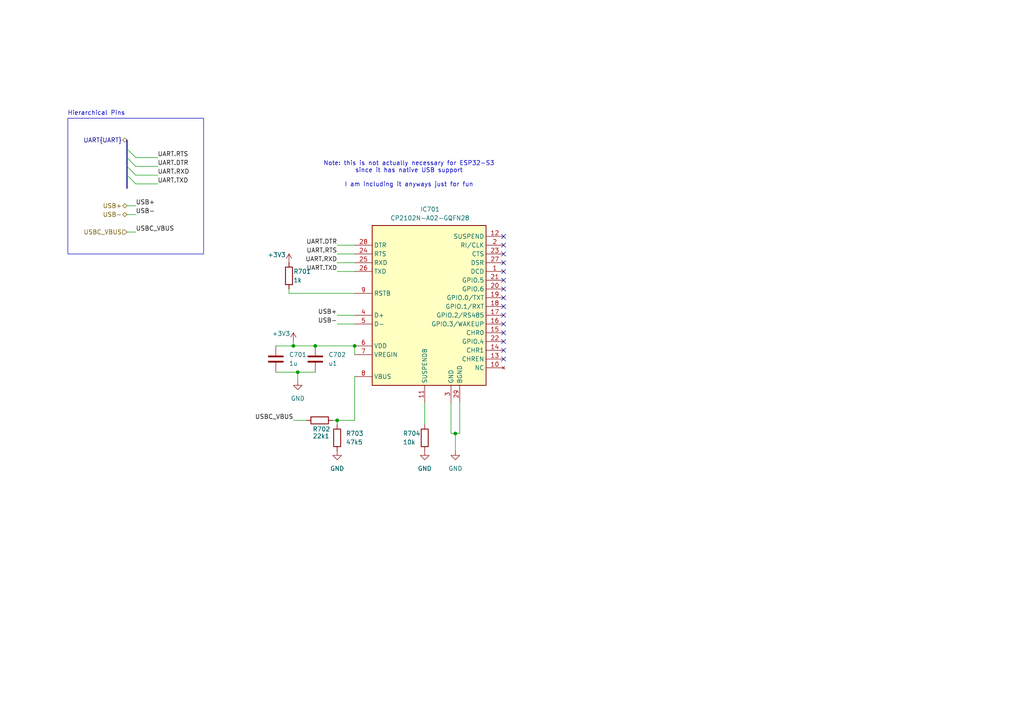
<source format=kicad_sch>
(kicad_sch
	(version 20250114)
	(generator "eeschema")
	(generator_version "9.0")
	(uuid "a3707a06-544a-4d24-b7af-4445ebcdfd54")
	(paper "A4")
	(lib_symbols
		(symbol "Device:C"
			(pin_numbers
				(hide yes)
			)
			(pin_names
				(offset 0.254)
			)
			(exclude_from_sim no)
			(in_bom yes)
			(on_board yes)
			(property "Reference" "C"
				(at 0.635 2.54 0)
				(effects
					(font
						(size 1.27 1.27)
					)
					(justify left)
				)
			)
			(property "Value" "C"
				(at 0.635 -2.54 0)
				(effects
					(font
						(size 1.27 1.27)
					)
					(justify left)
				)
			)
			(property "Footprint" ""
				(at 0.9652 -3.81 0)
				(effects
					(font
						(size 1.27 1.27)
					)
					(hide yes)
				)
			)
			(property "Datasheet" "~"
				(at 0 0 0)
				(effects
					(font
						(size 1.27 1.27)
					)
					(hide yes)
				)
			)
			(property "Description" "Unpolarized capacitor"
				(at 0 0 0)
				(effects
					(font
						(size 1.27 1.27)
					)
					(hide yes)
				)
			)
			(property "ki_keywords" "cap capacitor"
				(at 0 0 0)
				(effects
					(font
						(size 1.27 1.27)
					)
					(hide yes)
				)
			)
			(property "ki_fp_filters" "C_*"
				(at 0 0 0)
				(effects
					(font
						(size 1.27 1.27)
					)
					(hide yes)
				)
			)
			(symbol "C_0_1"
				(polyline
					(pts
						(xy -2.032 0.762) (xy 2.032 0.762)
					)
					(stroke
						(width 0.508)
						(type default)
					)
					(fill
						(type none)
					)
				)
				(polyline
					(pts
						(xy -2.032 -0.762) (xy 2.032 -0.762)
					)
					(stroke
						(width 0.508)
						(type default)
					)
					(fill
						(type none)
					)
				)
			)
			(symbol "C_1_1"
				(pin passive line
					(at 0 3.81 270)
					(length 2.794)
					(name "~"
						(effects
							(font
								(size 1.27 1.27)
							)
						)
					)
					(number "1"
						(effects
							(font
								(size 1.27 1.27)
							)
						)
					)
				)
				(pin passive line
					(at 0 -3.81 90)
					(length 2.794)
					(name "~"
						(effects
							(font
								(size 1.27 1.27)
							)
						)
					)
					(number "2"
						(effects
							(font
								(size 1.27 1.27)
							)
						)
					)
				)
			)
			(embedded_fonts no)
		)
		(symbol "Device:R"
			(pin_numbers
				(hide yes)
			)
			(pin_names
				(offset 0)
			)
			(exclude_from_sim no)
			(in_bom yes)
			(on_board yes)
			(property "Reference" "R"
				(at 2.032 0 90)
				(effects
					(font
						(size 1.27 1.27)
					)
				)
			)
			(property "Value" "R"
				(at 0 0 90)
				(effects
					(font
						(size 1.27 1.27)
					)
				)
			)
			(property "Footprint" ""
				(at -1.778 0 90)
				(effects
					(font
						(size 1.27 1.27)
					)
					(hide yes)
				)
			)
			(property "Datasheet" "~"
				(at 0 0 0)
				(effects
					(font
						(size 1.27 1.27)
					)
					(hide yes)
				)
			)
			(property "Description" "Resistor"
				(at 0 0 0)
				(effects
					(font
						(size 1.27 1.27)
					)
					(hide yes)
				)
			)
			(property "ki_keywords" "R res resistor"
				(at 0 0 0)
				(effects
					(font
						(size 1.27 1.27)
					)
					(hide yes)
				)
			)
			(property "ki_fp_filters" "R_*"
				(at 0 0 0)
				(effects
					(font
						(size 1.27 1.27)
					)
					(hide yes)
				)
			)
			(symbol "R_0_1"
				(rectangle
					(start -1.016 -2.54)
					(end 1.016 2.54)
					(stroke
						(width 0.254)
						(type default)
					)
					(fill
						(type none)
					)
				)
			)
			(symbol "R_1_1"
				(pin passive line
					(at 0 3.81 270)
					(length 1.27)
					(name "~"
						(effects
							(font
								(size 1.27 1.27)
							)
						)
					)
					(number "1"
						(effects
							(font
								(size 1.27 1.27)
							)
						)
					)
				)
				(pin passive line
					(at 0 -3.81 90)
					(length 1.27)
					(name "~"
						(effects
							(font
								(size 1.27 1.27)
							)
						)
					)
					(number "2"
						(effects
							(font
								(size 1.27 1.27)
							)
						)
					)
				)
			)
			(embedded_fonts no)
		)
		(symbol "SamacSys_Parts:CP2102N-A02-GQFN28"
			(exclude_from_sim no)
			(in_bom yes)
			(on_board yes)
			(property "Reference" "IC"
				(at 12.7 21.844 0)
				(effects
					(font
						(size 1.27 1.27)
					)
					(justify left top)
				)
			)
			(property "Value" "CP2102N-A02-GQFN28"
				(at 12.7 19.304 0)
				(effects
					(font
						(size 1.27 1.27)
					)
					(justify left top)
				)
			)
			(property "Footprint" "QFN50P500X500X80-29N-D"
				(at 39.37 -84.76 0)
				(effects
					(font
						(size 1.27 1.27)
					)
					(justify left top)
					(hide yes)
				)
			)
			(property "Datasheet" "https://componentsearchengine.com/Datasheets/2/CP2102N-A02-GQFN28.pdf"
				(at 39.37 -184.76 0)
				(effects
					(font
						(size 1.27 1.27)
					)
					(justify left top)
					(hide yes)
				)
			)
			(property "Description" "SILICON LABS - CP2102N-A02-GQFN28 - USB TO UART BRIDGE, -40 TO 85DEG C"
				(at 0 0 0)
				(effects
					(font
						(size 1.27 1.27)
					)
					(hide yes)
				)
			)
			(property "Height" "0.8"
				(at 39.37 -384.76 0)
				(effects
					(font
						(size 1.27 1.27)
					)
					(justify left top)
					(hide yes)
				)
			)
			(property "Mouser Part Number" "634-CP2102NA02GQFN28"
				(at 39.37 -484.76 0)
				(effects
					(font
						(size 1.27 1.27)
					)
					(justify left top)
					(hide yes)
				)
			)
			(property "Mouser Price/Stock" "https://www.mouser.co.uk/ProductDetail/Silicon-Labs/CP2102N-A02-GQFN28?qs=u16ybLDytRaSBkSkyjYFiA%3D%3D"
				(at 39.37 -584.76 0)
				(effects
					(font
						(size 1.27 1.27)
					)
					(justify left top)
					(hide yes)
				)
			)
			(property "Manufacturer_Name" "Silicon Labs"
				(at 39.37 -684.76 0)
				(effects
					(font
						(size 1.27 1.27)
					)
					(justify left top)
					(hide yes)
				)
			)
			(property "Manufacturer_Part_Number" "CP2102N-A02-GQFN28"
				(at 39.37 -784.76 0)
				(effects
					(font
						(size 1.27 1.27)
					)
					(justify left top)
					(hide yes)
				)
			)
			(symbol "CP2102N-A02-GQFN28_1_1"
				(rectangle
					(start 5.08 15.875)
					(end 38.1 -30.48)
					(stroke
						(width 0.254)
						(type default)
					)
					(fill
						(type background)
					)
				)
				(pin output line
					(at 0 10.16 0)
					(length 5.08)
					(name "DTR"
						(effects
							(font
								(size 1.27 1.27)
							)
						)
					)
					(number "28"
						(effects
							(font
								(size 1.27 1.27)
							)
						)
					)
				)
				(pin output line
					(at 0 7.62 0)
					(length 5.08)
					(name "RTS"
						(effects
							(font
								(size 1.27 1.27)
							)
						)
					)
					(number "24"
						(effects
							(font
								(size 1.27 1.27)
							)
						)
					)
				)
				(pin input line
					(at 0 5.08 0)
					(length 5.08)
					(name "RXD"
						(effects
							(font
								(size 1.27 1.27)
							)
						)
					)
					(number "25"
						(effects
							(font
								(size 1.27 1.27)
							)
						)
					)
				)
				(pin output line
					(at 0 2.54 0)
					(length 5.08)
					(name "TXD"
						(effects
							(font
								(size 1.27 1.27)
							)
						)
					)
					(number "26"
						(effects
							(font
								(size 1.27 1.27)
							)
						)
					)
				)
				(pin input line
					(at 0 -3.81 0)
					(length 5.08)
					(name "RSTB"
						(effects
							(font
								(size 1.27 1.27)
							)
						)
					)
					(number "9"
						(effects
							(font
								(size 1.27 1.27)
							)
						)
					)
				)
				(pin bidirectional line
					(at 0 -10.16 0)
					(length 5.08)
					(name "D+"
						(effects
							(font
								(size 1.27 1.27)
							)
						)
					)
					(number "4"
						(effects
							(font
								(size 1.27 1.27)
							)
						)
					)
				)
				(pin bidirectional line
					(at 0 -12.7 0)
					(length 5.08)
					(name "D-"
						(effects
							(font
								(size 1.27 1.27)
							)
						)
					)
					(number "5"
						(effects
							(font
								(size 1.27 1.27)
							)
						)
					)
				)
				(pin power_in line
					(at 0 -19.05 0)
					(length 5.08)
					(name "VDD"
						(effects
							(font
								(size 1.27 1.27)
							)
						)
					)
					(number "6"
						(effects
							(font
								(size 1.27 1.27)
							)
						)
					)
				)
				(pin power_in line
					(at 0 -21.59 0)
					(length 5.08)
					(name "VREGIN"
						(effects
							(font
								(size 1.27 1.27)
							)
						)
					)
					(number "7"
						(effects
							(font
								(size 1.27 1.27)
							)
						)
					)
				)
				(pin input line
					(at 0 -27.94 0)
					(length 5.08)
					(name "VBUS"
						(effects
							(font
								(size 1.27 1.27)
							)
						)
					)
					(number "8"
						(effects
							(font
								(size 1.27 1.27)
							)
						)
					)
				)
				(pin output line
					(at 20.32 -35.56 90)
					(length 5.08)
					(name "SUSPENDB"
						(effects
							(font
								(size 1.27 1.27)
							)
						)
					)
					(number "11"
						(effects
							(font
								(size 1.27 1.27)
							)
						)
					)
				)
				(pin power_in line
					(at 27.94 -35.56 90)
					(length 5.08)
					(name "GND"
						(effects
							(font
								(size 1.27 1.27)
							)
						)
					)
					(number "3"
						(effects
							(font
								(size 1.27 1.27)
							)
						)
					)
				)
				(pin power_in line
					(at 30.48 -35.56 90)
					(length 5.08)
					(name "BGND"
						(effects
							(font
								(size 1.27 1.27)
							)
						)
					)
					(number "29"
						(effects
							(font
								(size 1.27 1.27)
							)
						)
					)
				)
				(pin output line
					(at 43.18 12.7 180)
					(length 5.08)
					(name "SUSPEND"
						(effects
							(font
								(size 1.27 1.27)
							)
						)
					)
					(number "12"
						(effects
							(font
								(size 1.27 1.27)
							)
						)
					)
				)
				(pin bidirectional line
					(at 43.18 10.16 180)
					(length 5.08)
					(name "RI/CLK"
						(effects
							(font
								(size 1.27 1.27)
							)
						)
					)
					(number "2"
						(effects
							(font
								(size 1.27 1.27)
							)
						)
					)
				)
				(pin input line
					(at 43.18 7.62 180)
					(length 5.08)
					(name "CTS"
						(effects
							(font
								(size 1.27 1.27)
							)
						)
					)
					(number "23"
						(effects
							(font
								(size 1.27 1.27)
							)
						)
					)
				)
				(pin input line
					(at 43.18 5.08 180)
					(length 5.08)
					(name "DSR"
						(effects
							(font
								(size 1.27 1.27)
							)
						)
					)
					(number "27"
						(effects
							(font
								(size 1.27 1.27)
							)
						)
					)
				)
				(pin input line
					(at 43.18 2.54 180)
					(length 5.08)
					(name "DCD"
						(effects
							(font
								(size 1.27 1.27)
							)
						)
					)
					(number "1"
						(effects
							(font
								(size 1.27 1.27)
							)
						)
					)
				)
				(pin bidirectional line
					(at 43.18 0 180)
					(length 5.08)
					(name "GPIO.5"
						(effects
							(font
								(size 1.27 1.27)
							)
						)
					)
					(number "21"
						(effects
							(font
								(size 1.27 1.27)
							)
						)
					)
				)
				(pin bidirectional line
					(at 43.18 -2.54 180)
					(length 5.08)
					(name "GPIO.6"
						(effects
							(font
								(size 1.27 1.27)
							)
						)
					)
					(number "20"
						(effects
							(font
								(size 1.27 1.27)
							)
						)
					)
				)
				(pin bidirectional line
					(at 43.18 -5.08 180)
					(length 5.08)
					(name "GPIO.0/TXT"
						(effects
							(font
								(size 1.27 1.27)
							)
						)
					)
					(number "19"
						(effects
							(font
								(size 1.27 1.27)
							)
						)
					)
				)
				(pin bidirectional line
					(at 43.18 -7.62 180)
					(length 5.08)
					(name "GPIO.1/RXT"
						(effects
							(font
								(size 1.27 1.27)
							)
						)
					)
					(number "18"
						(effects
							(font
								(size 1.27 1.27)
							)
						)
					)
				)
				(pin bidirectional line
					(at 43.18 -10.16 180)
					(length 5.08)
					(name "GPIO.2/RS485"
						(effects
							(font
								(size 1.27 1.27)
							)
						)
					)
					(number "17"
						(effects
							(font
								(size 1.27 1.27)
							)
						)
					)
				)
				(pin bidirectional line
					(at 43.18 -12.7 180)
					(length 5.08)
					(name "GPIO.3/WAKEUP"
						(effects
							(font
								(size 1.27 1.27)
							)
						)
					)
					(number "16"
						(effects
							(font
								(size 1.27 1.27)
							)
						)
					)
				)
				(pin output line
					(at 43.18 -15.24 180)
					(length 5.08)
					(name "CHR0"
						(effects
							(font
								(size 1.27 1.27)
							)
						)
					)
					(number "15"
						(effects
							(font
								(size 1.27 1.27)
							)
						)
					)
				)
				(pin bidirectional line
					(at 43.18 -17.78 180)
					(length 5.08)
					(name "GPIO.4"
						(effects
							(font
								(size 1.27 1.27)
							)
						)
					)
					(number "22"
						(effects
							(font
								(size 1.27 1.27)
							)
						)
					)
				)
				(pin output line
					(at 43.18 -20.32 180)
					(length 5.08)
					(name "CHR1"
						(effects
							(font
								(size 1.27 1.27)
							)
						)
					)
					(number "14"
						(effects
							(font
								(size 1.27 1.27)
							)
						)
					)
				)
				(pin output line
					(at 43.18 -22.86 180)
					(length 5.08)
					(name "CHREN"
						(effects
							(font
								(size 1.27 1.27)
							)
						)
					)
					(number "13"
						(effects
							(font
								(size 1.27 1.27)
							)
						)
					)
				)
				(pin no_connect line
					(at 43.18 -25.4 180)
					(length 5.08)
					(name "NC"
						(effects
							(font
								(size 1.27 1.27)
							)
						)
					)
					(number "10"
						(effects
							(font
								(size 1.27 1.27)
							)
						)
					)
				)
			)
			(embedded_fonts no)
		)
		(symbol "power:+3V3"
			(power)
			(pin_numbers
				(hide yes)
			)
			(pin_names
				(offset 0)
				(hide yes)
			)
			(exclude_from_sim no)
			(in_bom yes)
			(on_board yes)
			(property "Reference" "#PWR"
				(at 0 -3.81 0)
				(effects
					(font
						(size 1.27 1.27)
					)
					(hide yes)
				)
			)
			(property "Value" "+3V3"
				(at 0 3.556 0)
				(effects
					(font
						(size 1.27 1.27)
					)
				)
			)
			(property "Footprint" ""
				(at 0 0 0)
				(effects
					(font
						(size 1.27 1.27)
					)
					(hide yes)
				)
			)
			(property "Datasheet" ""
				(at 0 0 0)
				(effects
					(font
						(size 1.27 1.27)
					)
					(hide yes)
				)
			)
			(property "Description" "Power symbol creates a global label with name \"+3V3\""
				(at 0 0 0)
				(effects
					(font
						(size 1.27 1.27)
					)
					(hide yes)
				)
			)
			(property "ki_keywords" "global power"
				(at 0 0 0)
				(effects
					(font
						(size 1.27 1.27)
					)
					(hide yes)
				)
			)
			(symbol "+3V3_0_1"
				(polyline
					(pts
						(xy -0.762 1.27) (xy 0 2.54)
					)
					(stroke
						(width 0)
						(type default)
					)
					(fill
						(type none)
					)
				)
				(polyline
					(pts
						(xy 0 2.54) (xy 0.762 1.27)
					)
					(stroke
						(width 0)
						(type default)
					)
					(fill
						(type none)
					)
				)
				(polyline
					(pts
						(xy 0 0) (xy 0 2.54)
					)
					(stroke
						(width 0)
						(type default)
					)
					(fill
						(type none)
					)
				)
			)
			(symbol "+3V3_1_1"
				(pin power_in line
					(at 0 0 90)
					(length 0)
					(name "~"
						(effects
							(font
								(size 1.27 1.27)
							)
						)
					)
					(number "1"
						(effects
							(font
								(size 1.27 1.27)
							)
						)
					)
				)
			)
			(embedded_fonts no)
		)
		(symbol "power:GND"
			(power)
			(pin_numbers
				(hide yes)
			)
			(pin_names
				(offset 0)
				(hide yes)
			)
			(exclude_from_sim no)
			(in_bom yes)
			(on_board yes)
			(property "Reference" "#PWR"
				(at 0 -6.35 0)
				(effects
					(font
						(size 1.27 1.27)
					)
					(hide yes)
				)
			)
			(property "Value" "GND"
				(at 0 -3.81 0)
				(effects
					(font
						(size 1.27 1.27)
					)
				)
			)
			(property "Footprint" ""
				(at 0 0 0)
				(effects
					(font
						(size 1.27 1.27)
					)
					(hide yes)
				)
			)
			(property "Datasheet" ""
				(at 0 0 0)
				(effects
					(font
						(size 1.27 1.27)
					)
					(hide yes)
				)
			)
			(property "Description" "Power symbol creates a global label with name \"GND\" , ground"
				(at 0 0 0)
				(effects
					(font
						(size 1.27 1.27)
					)
					(hide yes)
				)
			)
			(property "ki_keywords" "global power"
				(at 0 0 0)
				(effects
					(font
						(size 1.27 1.27)
					)
					(hide yes)
				)
			)
			(symbol "GND_0_1"
				(polyline
					(pts
						(xy 0 0) (xy 0 -1.27) (xy 1.27 -1.27) (xy 0 -2.54) (xy -1.27 -1.27) (xy 0 -1.27)
					)
					(stroke
						(width 0)
						(type default)
					)
					(fill
						(type none)
					)
				)
			)
			(symbol "GND_1_1"
				(pin power_in line
					(at 0 0 270)
					(length 0)
					(name "~"
						(effects
							(font
								(size 1.27 1.27)
							)
						)
					)
					(number "1"
						(effects
							(font
								(size 1.27 1.27)
							)
						)
					)
				)
			)
			(embedded_fonts no)
		)
	)
	(bus_alias "UART"
		(members "RTS" "DTR" "RXD" "TXD")
	)
	(rectangle
		(start 19.685 34.29)
		(end 59.055 73.66)
		(stroke
			(width 0)
			(type default)
		)
		(fill
			(type none)
		)
		(uuid a7bd8334-7066-4ae9-80d3-d40fb1111cee)
	)
	(text "Note: this is not actually necessary for ESP32-S3\nsince it has native USB support\n\nI am including it anyways just for fun"
		(exclude_from_sim no)
		(at 118.618 50.546 0)
		(effects
			(font
				(size 1.27 1.27)
			)
		)
		(uuid "1d3d5b2d-1743-448b-bef4-8f5ec89256bc")
	)
	(text "Hierarchical Pins"
		(exclude_from_sim no)
		(at 27.94 32.893 0)
		(effects
			(font
				(size 1.27 1.27)
			)
		)
		(uuid "334a9048-84b9-4ab7-8fb9-f3589b46d507")
	)
	(junction
		(at 102.87 100.33)
		(diameter 0)
		(color 0 0 0 0)
		(uuid "2761fa76-dfb2-4ab2-b404-e52bc125ab05")
	)
	(junction
		(at 91.44 100.33)
		(diameter 0)
		(color 0 0 0 0)
		(uuid "35eb2a95-93c6-41c2-ba02-82be0ac7a48f")
	)
	(junction
		(at 132.08 125.73)
		(diameter 0)
		(color 0 0 0 0)
		(uuid "782ac62a-b5cd-428d-ba0c-b1c59b9bddac")
	)
	(junction
		(at 85.09 100.33)
		(diameter 0)
		(color 0 0 0 0)
		(uuid "7b3a764b-a0ce-4dae-a84d-c85b6e239306")
	)
	(junction
		(at 86.36 107.95)
		(diameter 0)
		(color 0 0 0 0)
		(uuid "ac0ee0f0-571e-41fe-88c2-b29330380b3c")
	)
	(junction
		(at 97.79 121.92)
		(diameter 0)
		(color 0 0 0 0)
		(uuid "de694ad5-e194-425b-87e2-d2b4a5a842f1")
	)
	(no_connect
		(at 146.05 91.44)
		(uuid "2db83bfb-07fe-4471-ba40-a29101d27b7c")
	)
	(no_connect
		(at 146.05 76.2)
		(uuid "62904cc2-1e2d-441c-879c-3875a2880320")
	)
	(no_connect
		(at 146.05 86.36)
		(uuid "8584d462-1c56-4699-9fd3-84fe78e4e562")
	)
	(no_connect
		(at 146.05 88.9)
		(uuid "8789ae5c-6771-4542-9061-1fb305429f06")
	)
	(no_connect
		(at 146.05 93.98)
		(uuid "8a012419-c48d-4ab2-b98b-625e57aa7f34")
	)
	(no_connect
		(at 146.05 83.82)
		(uuid "930702ab-4a4d-445b-a0ec-e43d57f00330")
	)
	(no_connect
		(at 146.05 78.74)
		(uuid "93c65dd8-201e-48fc-8cea-c899d645158c")
	)
	(no_connect
		(at 146.05 81.28)
		(uuid "9db58f88-6832-40ee-b083-3d90c6dc571b")
	)
	(no_connect
		(at 146.05 104.14)
		(uuid "a4878181-65dc-44b7-9c99-a037d4ee0469")
	)
	(no_connect
		(at 146.05 71.12)
		(uuid "b5a695ca-f1ec-4afa-b349-38191502a08a")
	)
	(no_connect
		(at 146.05 73.66)
		(uuid "b95e287a-8414-4c9c-ac86-931449c00013")
	)
	(no_connect
		(at 146.05 99.06)
		(uuid "bec68fab-12d4-40ff-9513-2b92de923ce8")
	)
	(no_connect
		(at 146.05 68.58)
		(uuid "e4c2cd59-321e-484b-9dae-ba27d6f9e8ab")
	)
	(no_connect
		(at 146.05 96.52)
		(uuid "e633c20d-54db-42a8-bd8a-097603a33442")
	)
	(no_connect
		(at 146.05 101.6)
		(uuid "e792a5dc-0bbd-4dfe-88dc-35738b02310b")
	)
	(bus_entry
		(at 36.83 48.26)
		(size 2.54 2.54)
		(stroke
			(width 0)
			(type default)
		)
		(uuid "0591aa33-d8f4-4e34-b48e-918a7278db39")
	)
	(bus_entry
		(at 36.83 43.18)
		(size 2.54 2.54)
		(stroke
			(width 0)
			(type default)
		)
		(uuid "a450255f-253c-42c8-a113-1726cc38ccfd")
	)
	(bus_entry
		(at 36.83 45.72)
		(size 2.54 2.54)
		(stroke
			(width 0)
			(type default)
		)
		(uuid "ebbbc0c5-b390-45be-99eb-0d50bdd8cacf")
	)
	(bus_entry
		(at 36.83 50.8)
		(size 2.54 2.54)
		(stroke
			(width 0)
			(type default)
		)
		(uuid "ed58f50c-c4c7-432d-9dc2-cea3467d0b4f")
	)
	(wire
		(pts
			(xy 39.37 48.26) (xy 45.72 48.26)
		)
		(stroke
			(width 0)
			(type default)
		)
		(uuid "04b9fa83-c2f9-4243-8b96-997bda70071d")
	)
	(bus
		(pts
			(xy 36.83 45.72) (xy 36.83 48.26)
		)
		(stroke
			(width 0)
			(type default)
		)
		(uuid "05a765e8-c6c9-4c3d-b341-f7913fd1db11")
	)
	(wire
		(pts
			(xy 97.79 93.98) (xy 102.87 93.98)
		)
		(stroke
			(width 0)
			(type default)
		)
		(uuid "07749dae-55bd-45ca-ac61-e110f59923a8")
	)
	(wire
		(pts
			(xy 85.09 99.06) (xy 85.09 100.33)
		)
		(stroke
			(width 0)
			(type default)
		)
		(uuid "0d624759-377c-4f65-bc82-87198a645d18")
	)
	(wire
		(pts
			(xy 97.79 123.19) (xy 97.79 121.92)
		)
		(stroke
			(width 0)
			(type default)
		)
		(uuid "158f1ab6-89eb-4126-9b27-bd54d795dd18")
	)
	(wire
		(pts
			(xy 85.09 100.33) (xy 91.44 100.33)
		)
		(stroke
			(width 0)
			(type default)
		)
		(uuid "1cd0c174-f44c-4c72-a455-742549d566b8")
	)
	(wire
		(pts
			(xy 97.79 71.12) (xy 102.87 71.12)
		)
		(stroke
			(width 0)
			(type default)
		)
		(uuid "1fca9e5a-f456-4b1c-b7bf-62b347e852fc")
	)
	(wire
		(pts
			(xy 86.36 107.95) (xy 86.36 110.49)
		)
		(stroke
			(width 0)
			(type default)
		)
		(uuid "21c29feb-9f0c-4d31-bd1d-70d50105cf2a")
	)
	(wire
		(pts
			(xy 39.37 62.23) (xy 36.83 62.23)
		)
		(stroke
			(width 0)
			(type default)
		)
		(uuid "27e5a99d-0322-4d7e-a052-8f8d0b62be27")
	)
	(wire
		(pts
			(xy 133.35 116.84) (xy 133.35 125.73)
		)
		(stroke
			(width 0)
			(type default)
		)
		(uuid "2858f218-49c7-40df-a8c2-b8becb3a2781")
	)
	(bus
		(pts
			(xy 36.83 43.18) (xy 36.83 45.72)
		)
		(stroke
			(width 0)
			(type default)
		)
		(uuid "29644536-16b1-464f-b8d4-39e743cbdb24")
	)
	(wire
		(pts
			(xy 83.82 85.09) (xy 102.87 85.09)
		)
		(stroke
			(width 0)
			(type default)
		)
		(uuid "2a2f8f36-afc5-4556-893d-430081975aec")
	)
	(wire
		(pts
			(xy 97.79 78.74) (xy 102.87 78.74)
		)
		(stroke
			(width 0)
			(type default)
		)
		(uuid "2bc93974-ceab-4db8-8562-f897f68c7c3e")
	)
	(wire
		(pts
			(xy 123.19 116.84) (xy 123.19 123.19)
		)
		(stroke
			(width 0)
			(type default)
		)
		(uuid "2f087725-5629-41f8-94d1-9d83b01de634")
	)
	(wire
		(pts
			(xy 80.01 107.95) (xy 86.36 107.95)
		)
		(stroke
			(width 0)
			(type default)
		)
		(uuid "34b0a154-a458-4dee-982c-cf8346918849")
	)
	(wire
		(pts
			(xy 102.87 121.92) (xy 102.87 109.22)
		)
		(stroke
			(width 0)
			(type default)
		)
		(uuid "419aedd3-1809-43d9-b66a-62fc795a7bd3")
	)
	(wire
		(pts
			(xy 86.36 107.95) (xy 91.44 107.95)
		)
		(stroke
			(width 0)
			(type default)
		)
		(uuid "42030ceb-dec0-4872-93e4-cf6dc162fe87")
	)
	(wire
		(pts
			(xy 97.79 91.44) (xy 102.87 91.44)
		)
		(stroke
			(width 0)
			(type default)
		)
		(uuid "43e187f8-4670-44db-bb04-134f9b8fb1fc")
	)
	(wire
		(pts
			(xy 39.37 53.34) (xy 45.72 53.34)
		)
		(stroke
			(width 0)
			(type default)
		)
		(uuid "4d1d13dc-ea2b-4d19-882e-80b0cd518312")
	)
	(bus
		(pts
			(xy 36.83 50.8) (xy 36.83 54.61)
		)
		(stroke
			(width 0)
			(type default)
		)
		(uuid "65f146e7-b220-4f30-b7a8-e0fba3fcb5c1")
	)
	(wire
		(pts
			(xy 36.83 59.69) (xy 39.37 59.69)
		)
		(stroke
			(width 0)
			(type default)
		)
		(uuid "6c6108b3-691c-4e43-b37b-fe9d9ce1cb21")
	)
	(wire
		(pts
			(xy 132.08 125.73) (xy 133.35 125.73)
		)
		(stroke
			(width 0)
			(type default)
		)
		(uuid "70ae08d6-1122-46d9-9c3b-eb4995b30394")
	)
	(wire
		(pts
			(xy 36.83 67.31) (xy 39.37 67.31)
		)
		(stroke
			(width 0)
			(type default)
		)
		(uuid "83191547-4470-4832-92b3-5677539680a9")
	)
	(wire
		(pts
			(xy 130.81 116.84) (xy 130.81 125.73)
		)
		(stroke
			(width 0)
			(type default)
		)
		(uuid "835e44fc-5534-4881-820d-61012caab043")
	)
	(wire
		(pts
			(xy 39.37 50.8) (xy 45.72 50.8)
		)
		(stroke
			(width 0)
			(type default)
		)
		(uuid "893f20c3-dc49-419d-a45e-51f42fb7feae")
	)
	(wire
		(pts
			(xy 96.52 121.92) (xy 97.79 121.92)
		)
		(stroke
			(width 0)
			(type default)
		)
		(uuid "912c021b-7961-4f2a-ba43-6e2291d9efcc")
	)
	(wire
		(pts
			(xy 91.44 100.33) (xy 102.87 100.33)
		)
		(stroke
			(width 0)
			(type default)
		)
		(uuid "93a3726d-2c34-47ca-9cb2-54356fe8adea")
	)
	(wire
		(pts
			(xy 39.37 45.72) (xy 45.72 45.72)
		)
		(stroke
			(width 0)
			(type default)
		)
		(uuid "aaf4ab62-40f1-4095-bf4d-a28d807d007f")
	)
	(wire
		(pts
			(xy 80.01 100.33) (xy 85.09 100.33)
		)
		(stroke
			(width 0)
			(type default)
		)
		(uuid "af8e80ed-fc2e-45af-8f8c-299030a6b86e")
	)
	(wire
		(pts
			(xy 102.87 100.33) (xy 102.87 102.87)
		)
		(stroke
			(width 0)
			(type default)
		)
		(uuid "c9e512b8-5421-4e26-bc30-52358b7746b8")
	)
	(wire
		(pts
			(xy 97.79 73.66) (xy 102.87 73.66)
		)
		(stroke
			(width 0)
			(type default)
		)
		(uuid "d1ed166c-5267-4156-8549-87220d03b929")
	)
	(wire
		(pts
			(xy 85.09 121.92) (xy 88.9 121.92)
		)
		(stroke
			(width 0)
			(type default)
		)
		(uuid "d3fe3f4c-98b7-4ec6-8b70-3c8c1e31fb0b")
	)
	(wire
		(pts
			(xy 132.08 125.73) (xy 132.08 130.81)
		)
		(stroke
			(width 0)
			(type default)
		)
		(uuid "d927893c-0f27-4925-ac5f-bb031a048cce")
	)
	(wire
		(pts
			(xy 97.79 121.92) (xy 102.87 121.92)
		)
		(stroke
			(width 0)
			(type default)
		)
		(uuid "db576d0f-9244-42da-bc45-4db4984ffb9c")
	)
	(wire
		(pts
			(xy 130.81 125.73) (xy 132.08 125.73)
		)
		(stroke
			(width 0)
			(type default)
		)
		(uuid "ed3ad7bc-2606-4ee1-aaf5-30473d27bedb")
	)
	(bus
		(pts
			(xy 36.83 48.26) (xy 36.83 50.8)
		)
		(stroke
			(width 0)
			(type default)
		)
		(uuid "eee497c4-495d-450d-8084-1a9dfd09455b")
	)
	(wire
		(pts
			(xy 83.82 85.09) (xy 83.82 83.82)
		)
		(stroke
			(width 0)
			(type default)
		)
		(uuid "f58213e3-34c2-4d0a-8004-5c001ce26bbf")
	)
	(bus
		(pts
			(xy 36.83 40.64) (xy 36.83 43.18)
		)
		(stroke
			(width 0)
			(type default)
		)
		(uuid "fb7972f6-7c4c-44e4-9f45-41c6c185d18d")
	)
	(wire
		(pts
			(xy 97.79 76.2) (xy 102.87 76.2)
		)
		(stroke
			(width 0)
			(type default)
		)
		(uuid "fccc5b37-d1aa-45f8-bc69-0f59883a2f09")
	)
	(label "UART.DTR"
		(at 45.72 48.26 0)
		(effects
			(font
				(size 1.27 1.27)
			)
			(justify left bottom)
		)
		(uuid "1cdd45e9-db91-4a1f-b83c-ec2a9ae531da")
	)
	(label "UART.TXD"
		(at 97.79 78.74 180)
		(effects
			(font
				(size 1.27 1.27)
			)
			(justify right bottom)
		)
		(uuid "30058fbc-6d53-4ab3-b51a-51e08126f981")
	)
	(label "USBC_VBUS"
		(at 85.09 121.92 180)
		(effects
			(font
				(size 1.27 1.27)
			)
			(justify right bottom)
		)
		(uuid "4782ac88-c8fb-4344-b7f5-b783b6386c4d")
	)
	(label "USB+"
		(at 39.37 59.69 0)
		(effects
			(font
				(size 1.27 1.27)
			)
			(justify left bottom)
		)
		(uuid "4fa4cc5e-bda0-4009-b554-cb758317dd33")
	)
	(label "UART.RTS"
		(at 97.79 73.66 180)
		(effects
			(font
				(size 1.27 1.27)
			)
			(justify right bottom)
		)
		(uuid "601956ad-11a9-4356-a31a-ae7bd4e54906")
	)
	(label "UART.TXD"
		(at 45.72 53.34 0)
		(effects
			(font
				(size 1.27 1.27)
			)
			(justify left bottom)
		)
		(uuid "823f54b6-1881-412e-8ba7-5a025a5c9150")
	)
	(label "UART.RTS"
		(at 45.72 45.72 0)
		(effects
			(font
				(size 1.27 1.27)
			)
			(justify left bottom)
		)
		(uuid "86275a2f-282e-4633-8bb3-769d1e28c2cc")
	)
	(label "USBC_VBUS"
		(at 39.37 67.31 0)
		(effects
			(font
				(size 1.27 1.27)
			)
			(justify left bottom)
		)
		(uuid "8c4c531e-7be2-42cd-b456-a33db2893e0b")
	)
	(label "USB-"
		(at 97.79 93.98 180)
		(effects
			(font
				(size 1.27 1.27)
			)
			(justify right bottom)
		)
		(uuid "92a62622-2fb1-4e4d-92f6-ee0b26609a2e")
	)
	(label "USB+"
		(at 97.79 91.44 180)
		(effects
			(font
				(size 1.27 1.27)
			)
			(justify right bottom)
		)
		(uuid "93df9e9a-e12d-4bea-8db4-38b5ed286c0b")
	)
	(label "UART.DTR"
		(at 97.79 71.12 180)
		(effects
			(font
				(size 1.27 1.27)
			)
			(justify right bottom)
		)
		(uuid "b69ec2bf-346e-4fa2-afea-1cf95cd406ce")
	)
	(label "UART.RXD"
		(at 45.72 50.8 0)
		(effects
			(font
				(size 1.27 1.27)
			)
			(justify left bottom)
		)
		(uuid "bc8a52df-688b-4d4b-a5fc-9bb494846e4a")
	)
	(label "UART.RXD"
		(at 97.79 76.2 180)
		(effects
			(font
				(size 1.27 1.27)
			)
			(justify right bottom)
		)
		(uuid "f5bb9523-381e-4e34-85ae-989e83f5b479")
	)
	(label "USB-"
		(at 39.37 62.23 0)
		(effects
			(font
				(size 1.27 1.27)
			)
			(justify left bottom)
		)
		(uuid "f78c5b07-a040-4d45-a3f4-2e2b1c438cda")
	)
	(hierarchical_label "USB-"
		(shape bidirectional)
		(at 36.83 62.23 180)
		(effects
			(font
				(size 1.27 1.27)
			)
			(justify right)
		)
		(uuid "17fb3b60-653d-4b4b-ac1f-c763923b5779")
	)
	(hierarchical_label "USB+"
		(shape bidirectional)
		(at 36.83 59.69 180)
		(effects
			(font
				(size 1.27 1.27)
			)
			(justify right)
		)
		(uuid "ae4762cc-de65-438e-97ca-17fdf64184bc")
	)
	(hierarchical_label "USBC_VBUS"
		(shape input)
		(at 36.83 67.31 180)
		(effects
			(font
				(size 1.27 1.27)
			)
			(justify right)
		)
		(uuid "d3433883-5f5a-4308-a527-d0ee912474dc")
	)
	(hierarchical_label "UART{UART}"
		(shape bidirectional)
		(at 36.83 40.64 180)
		(effects
			(font
				(size 1.27 1.27)
			)
			(justify right)
		)
		(uuid "f9208555-238c-4047-9265-4b3f1b757461")
	)
	(symbol
		(lib_id "Device:R")
		(at 123.19 127 180)
		(unit 1)
		(exclude_from_sim no)
		(in_bom yes)
		(on_board yes)
		(dnp no)
		(uuid "07642bee-6ec6-4f83-b09e-1f15f549060a")
		(property "Reference" "R704"
			(at 116.84 125.73 0)
			(effects
				(font
					(size 1.27 1.27)
				)
				(justify right)
			)
		)
		(property "Value" "10k"
			(at 116.84 128.27 0)
			(effects
				(font
					(size 1.27 1.27)
				)
				(justify right)
			)
		)
		(property "Footprint" "SamacSys_Parts:RESC2012X60N"
			(at 109.22 30.81 0)
			(effects
				(font
					(size 1.27 1.27)
				)
				(justify left top)
				(hide yes)
			)
		)
		(property "Datasheet" "https://componentsearchengine.com/Datasheets/2/ASC0805-10KFT5.pdf"
			(at 109.22 -69.19 0)
			(effects
				(font
					(size 1.27 1.27)
				)
				(justify left top)
				(hide yes)
			)
		)
		(property "Description" "WELWYN - ASC0805-10KFT5 - RESISTOR, ANTI SULPHUR, 10K, 0.125W, 1%"
			(at 123.19 127 0)
			(effects
				(font
					(size 1.27 1.27)
				)
				(hide yes)
			)
		)
		(property "Height" "0.6"
			(at 109.22 -269.19 0)
			(effects
				(font
					(size 1.27 1.27)
				)
				(justify left top)
				(hide yes)
			)
		)
		(property "Mouser Part Number" "756-ASC0805-10KFT5"
			(at 109.22 -369.19 0)
			(effects
				(font
					(size 1.27 1.27)
				)
				(justify left top)
				(hide yes)
			)
		)
		(property "Mouser Price/Stock" "https://www.mouser.co.uk/ProductDetail/Welwyn-Components-TT-Electronics/ASC0805-10KFT5?qs=69TQa8YF5Y7dvxAm%2FqWqSQ%3D%3D"
			(at 109.22 -469.19 0)
			(effects
				(font
					(size 1.27 1.27)
				)
				(justify left top)
				(hide yes)
			)
		)
		(property "Manufacturer_Name" "TT Electronics"
			(at 109.22 -569.19 0)
			(effects
				(font
					(size 1.27 1.27)
				)
				(justify left top)
				(hide yes)
			)
		)
		(property "Manufacturer_Part_Number" "ASC0805-10KFT5"
			(at 109.22 -669.19 0)
			(effects
				(font
					(size 1.27 1.27)
				)
				(justify left top)
				(hide yes)
			)
		)
		(pin "1"
			(uuid "5e083a3d-8295-43d7-a39c-4845c2d757bc")
		)
		(pin "2"
			(uuid "f99f0d6c-41fb-41da-ac12-b4cc9f37402b")
		)
		(instances
			(project "controller"
				(path "/869bea87-c885-4ead-826b-3f34ceacafad/6716075d-3941-4cbb-90c0-6bb554220bff"
					(reference "R704")
					(unit 1)
				)
			)
		)
	)
	(symbol
		(lib_id "SamacSys_Parts:CP2102N-A02-GQFN28")
		(at 102.87 81.28 0)
		(unit 1)
		(exclude_from_sim no)
		(in_bom yes)
		(on_board yes)
		(dnp no)
		(uuid "214612b3-8df8-4228-a350-91c17c962c82")
		(property "Reference" "IC701"
			(at 124.714 60.706 0)
			(effects
				(font
					(size 1.27 1.27)
				)
			)
		)
		(property "Value" "CP2102N-A02-GQFN28"
			(at 124.714 63.246 0)
			(effects
				(font
					(size 1.27 1.27)
				)
			)
		)
		(property "Footprint" "SamacSys_Parts:QFN50P500X500X80-29N-D"
			(at 142.24 166.04 0)
			(effects
				(font
					(size 1.27 1.27)
				)
				(justify left top)
				(hide yes)
			)
		)
		(property "Datasheet" "https://componentsearchengine.com/Datasheets/2/CP2102N-A02-GQFN28.pdf"
			(at 142.24 266.04 0)
			(effects
				(font
					(size 1.27 1.27)
				)
				(justify left top)
				(hide yes)
			)
		)
		(property "Description" "SILICON LABS - CP2102N-A02-GQFN28 - USB TO UART BRIDGE, -40 TO 85DEG C"
			(at 102.87 81.28 0)
			(effects
				(font
					(size 1.27 1.27)
				)
				(hide yes)
			)
		)
		(property "Height" "0.8"
			(at 142.24 466.04 0)
			(effects
				(font
					(size 1.27 1.27)
				)
				(justify left top)
				(hide yes)
			)
		)
		(property "Mouser Part Number" "634-CP2102NA02GQFN28"
			(at 142.24 566.04 0)
			(effects
				(font
					(size 1.27 1.27)
				)
				(justify left top)
				(hide yes)
			)
		)
		(property "Mouser Price/Stock" "https://www.mouser.co.uk/ProductDetail/Silicon-Labs/CP2102N-A02-GQFN28?qs=u16ybLDytRaSBkSkyjYFiA%3D%3D"
			(at 142.24 666.04 0)
			(effects
				(font
					(size 1.27 1.27)
				)
				(justify left top)
				(hide yes)
			)
		)
		(property "Manufacturer_Name" "Silicon Labs"
			(at 142.24 766.04 0)
			(effects
				(font
					(size 1.27 1.27)
				)
				(justify left top)
				(hide yes)
			)
		)
		(property "Manufacturer_Part_Number" "CP2102N-A02-GQFN28"
			(at 142.24 866.04 0)
			(effects
				(font
					(size 1.27 1.27)
				)
				(justify left top)
				(hide yes)
			)
		)
		(pin "2"
			(uuid "5718b790-6b8a-4f8d-bb30-36e998e751ef")
		)
		(pin "4"
			(uuid "5cd9619d-d999-4bd8-8731-b0cb9e3ccbc9")
		)
		(pin "1"
			(uuid "67578c0d-9a4d-409b-8403-1ccf8dbf42b1")
		)
		(pin "3"
			(uuid "955dbe37-8c5e-4a8b-a977-ccf521a84219")
		)
		(pin "5"
			(uuid "e315862b-ea57-468b-a20c-ddfa8b0bef52")
		)
		(pin "29"
			(uuid "8afcb6c6-3f9f-4ffb-be6f-a975c3f8266e")
		)
		(pin "11"
			(uuid "3e8ccf86-e748-4bda-850a-47be1b4448b4")
		)
		(pin "24"
			(uuid "bd8d18ed-45da-4a2b-9f8f-98a13a47f665")
		)
		(pin "23"
			(uuid "086ca354-ac86-458c-8f19-295d4eb0bec8")
		)
		(pin "22"
			(uuid "a022db4c-5d9d-43b3-83b2-9fde6b5db0fb")
		)
		(pin "20"
			(uuid "50fc3205-b228-4474-97e1-dab814ac82f7")
		)
		(pin "18"
			(uuid "989a7dc1-6992-4e3e-a416-d503645b2819")
		)
		(pin "12"
			(uuid "972f8058-7529-48c0-9adc-e8c3c6b9435c")
		)
		(pin "15"
			(uuid "82f3e716-b91a-4bd5-b04c-a35a343e77d2")
		)
		(pin "28"
			(uuid "f263d2ba-ed51-4a75-bc6c-2315d90ce296")
		)
		(pin "8"
			(uuid "6def9540-8993-40c1-9bfc-49fe2ba31f37")
		)
		(pin "9"
			(uuid "f1b8e51b-3175-4465-8d13-e91f2c304dab")
		)
		(pin "6"
			(uuid "4ff2558b-0606-4d47-bf0f-fa66280ffa7c")
		)
		(pin "27"
			(uuid "7bf22143-a2a1-49f3-b2bd-3f0fab827d1f")
		)
		(pin "26"
			(uuid "2d38a4a3-ad23-4bfb-b748-d1c1da913ba8")
		)
		(pin "7"
			(uuid "506c4d9e-9ec6-420b-be32-297d3242bd49")
		)
		(pin "10"
			(uuid "e5eccd0d-55c5-4961-a4e5-0efb2f69ba36")
		)
		(pin "25"
			(uuid "356b05fa-4aab-428d-ab98-6c6b4976e862")
		)
		(pin "13"
			(uuid "045e9010-4bb6-42bb-9c79-f1648c5b2bc6")
		)
		(pin "14"
			(uuid "b69255ea-488d-4bed-a93f-1d0b805aa019")
		)
		(pin "21"
			(uuid "b6156bff-7610-423f-9596-e4b5a9b75396")
		)
		(pin "19"
			(uuid "42944e69-c100-4287-a688-2ba99f40ee8c")
		)
		(pin "17"
			(uuid "a658d1a0-6870-4392-958b-8a5e928ed0ba")
		)
		(pin "16"
			(uuid "cceca00f-b856-45f1-a3f6-7e4470c4ecee")
		)
		(instances
			(project ""
				(path "/869bea87-c885-4ead-826b-3f34ceacafad/6716075d-3941-4cbb-90c0-6bb554220bff"
					(reference "IC701")
					(unit 1)
				)
			)
		)
	)
	(symbol
		(lib_id "Device:C")
		(at 91.44 104.14 0)
		(unit 1)
		(exclude_from_sim no)
		(in_bom yes)
		(on_board yes)
		(dnp no)
		(fields_autoplaced yes)
		(uuid "30de18d9-1cb9-40f0-858f-8bad1e13982b")
		(property "Reference" "C702"
			(at 95.25 102.8699 0)
			(effects
				(font
					(size 1.27 1.27)
				)
				(justify left)
			)
		)
		(property "Value" "u1"
			(at 95.25 105.4099 0)
			(effects
				(font
					(size 1.27 1.27)
				)
				(justify left)
			)
		)
		(property "Footprint" "SamacSys_Parts:MAJx16"
			(at 92.4052 107.95 0)
			(effects
				(font
					(size 1.27 1.27)
				)
				(hide yes)
			)
		)
		(property "Datasheet" "~"
			(at 91.44 104.14 0)
			(effects
				(font
					(size 1.27 1.27)
				)
				(hide yes)
			)
		)
		(property "Description" "Unpolarized capacitor"
			(at 91.44 104.14 0)
			(effects
				(font
					(size 1.27 1.27)
				)
				(hide yes)
			)
		)
		(property "Manufacturer_Name" "TAIYO YUDEN"
			(at 91.44 104.14 0)
			(effects
				(font
					(size 1.27 1.27)
				)
				(hide yes)
			)
		)
		(property "Manufacturer_Part_Number" "MAJCH168BB7104KTEA01"
			(at 91.44 104.14 0)
			(effects
				(font
					(size 1.27 1.27)
				)
				(hide yes)
			)
		)
		(property "Mouser Part Number" "963-MAJCH168BB7104KT"
			(at 91.44 104.14 0)
			(effects
				(font
					(size 1.27 1.27)
				)
				(hide yes)
			)
		)
		(property "Mouser Price/Stock" "https://www.mouser.co.uk/ProductDetail/TAIYO-YUDEN/MAJCH168BB7104KTEA01?qs=ZcfC38r4PovaTBrG0IdezQ%3D%3D"
			(at 91.44 104.14 0)
			(effects
				(font
					(size 1.27 1.27)
				)
				(hide yes)
			)
		)
		(pin "1"
			(uuid "198ed504-3979-4945-ad21-b11b9374f3dd")
		)
		(pin "2"
			(uuid "fef01b7e-3c69-46fa-87f9-cd9b7ca642f8")
		)
		(instances
			(project "controller"
				(path "/869bea87-c885-4ead-826b-3f34ceacafad/6716075d-3941-4cbb-90c0-6bb554220bff"
					(reference "C702")
					(unit 1)
				)
			)
		)
	)
	(symbol
		(lib_id "power:+3V3")
		(at 85.09 99.06 0)
		(unit 1)
		(exclude_from_sim no)
		(in_bom yes)
		(on_board yes)
		(dnp no)
		(uuid "3cda7705-4b2b-484a-9c22-50909c4908e8")
		(property "Reference" "#PWR0702"
			(at 85.09 102.87 0)
			(effects
				(font
					(size 1.27 1.27)
				)
				(hide yes)
			)
		)
		(property "Value" "+3V3"
			(at 81.534 96.774 0)
			(effects
				(font
					(size 1.27 1.27)
				)
			)
		)
		(property "Footprint" ""
			(at 85.09 99.06 0)
			(effects
				(font
					(size 1.27 1.27)
				)
				(hide yes)
			)
		)
		(property "Datasheet" ""
			(at 85.09 99.06 0)
			(effects
				(font
					(size 1.27 1.27)
				)
				(hide yes)
			)
		)
		(property "Description" "Power symbol creates a global label with name \"+3V3\""
			(at 85.09 99.06 0)
			(effects
				(font
					(size 1.27 1.27)
				)
				(hide yes)
			)
		)
		(pin "1"
			(uuid "f1b8f8ab-79eb-488a-89a5-85c57d66134f")
		)
		(instances
			(project ""
				(path "/869bea87-c885-4ead-826b-3f34ceacafad/6716075d-3941-4cbb-90c0-6bb554220bff"
					(reference "#PWR0702")
					(unit 1)
				)
			)
		)
	)
	(symbol
		(lib_id "Device:R")
		(at 92.71 121.92 270)
		(unit 1)
		(exclude_from_sim no)
		(in_bom yes)
		(on_board yes)
		(dnp no)
		(uuid "40d69cc4-ff61-4c28-868b-2779433ac421")
		(property "Reference" "R702"
			(at 90.678 124.46 90)
			(effects
				(font
					(size 1.27 1.27)
				)
				(justify left)
			)
		)
		(property "Value" "22k1"
			(at 90.678 126.492 90)
			(effects
				(font
					(size 1.27 1.27)
				)
				(justify left)
			)
		)
		(property "Footprint" "Resistor_SMD:R_0603_1608Metric"
			(at 92.71 120.142 90)
			(effects
				(font
					(size 1.27 1.27)
				)
				(justify right bottom)
				(hide yes)
			)
		)
		(property "Datasheet" "~"
			(at 92.71 121.92 0)
			(effects
				(font
					(size 1.27 1.27)
				)
				(justify left top)
				(hide yes)
			)
		)
		(property "Description" "Resistor"
			(at 92.71 121.92 0)
			(effects
				(font
					(size 1.27 1.27)
				)
				(hide yes)
			)
		)
		(property "Height" ""
			(at 92.71 121.92 90)
			(effects
				(font
					(size 1.27 1.27)
				)
				(justify right bottom)
				(hide yes)
			)
		)
		(property "Mouser Part Number" "71-CRCW060322K1FKEBC "
			(at 92.71 121.92 90)
			(effects
				(font
					(size 1.27 1.27)
				)
				(justify right bottom)
				(hide yes)
			)
		)
		(property "Mouser Price/Stock" "https://www.mouser.com/ProductDetail/Vishay/CRCW060322K1FKEBC?qs=wd5RIQLrsJgpX5GYef5UHQ%3D%3D"
			(at 92.71 121.92 90)
			(effects
				(font
					(size 1.27 1.27)
				)
				(justify right bottom)
				(hide yes)
			)
		)
		(property "Manufacturer_Name" "Vishay"
			(at 92.71 121.92 90)
			(effects
				(font
					(size 1.27 1.27)
				)
				(justify right bottom)
				(hide yes)
			)
		)
		(property "Manufacturer_Part_Number" "CRCW060322K1FKEBC"
			(at 92.71 121.92 90)
			(effects
				(font
					(size 1.27 1.27)
				)
				(justify right bottom)
				(hide yes)
			)
		)
		(pin "1"
			(uuid "f9a38ec2-3d6c-42e7-9e93-546ee263f17c")
		)
		(pin "2"
			(uuid "3b5c8276-80f7-4229-9b28-b12efcd8c429")
		)
		(instances
			(project ""
				(path "/869bea87-c885-4ead-826b-3f34ceacafad/6716075d-3941-4cbb-90c0-6bb554220bff"
					(reference "R702")
					(unit 1)
				)
			)
		)
	)
	(symbol
		(lib_id "power:GND")
		(at 123.19 130.81 0)
		(unit 1)
		(exclude_from_sim no)
		(in_bom yes)
		(on_board yes)
		(dnp no)
		(fields_autoplaced yes)
		(uuid "611b7cce-dde6-4c79-b488-ceef90d59c41")
		(property "Reference" "#PWR0705"
			(at 123.19 137.16 0)
			(effects
				(font
					(size 1.27 1.27)
				)
				(hide yes)
			)
		)
		(property "Value" "GND"
			(at 123.19 135.89 0)
			(effects
				(font
					(size 1.27 1.27)
				)
			)
		)
		(property "Footprint" ""
			(at 123.19 130.81 0)
			(effects
				(font
					(size 1.27 1.27)
				)
				(hide yes)
			)
		)
		(property "Datasheet" ""
			(at 123.19 130.81 0)
			(effects
				(font
					(size 1.27 1.27)
				)
				(hide yes)
			)
		)
		(property "Description" "Power symbol creates a global label with name \"GND\" , ground"
			(at 123.19 130.81 0)
			(effects
				(font
					(size 1.27 1.27)
				)
				(hide yes)
			)
		)
		(pin "1"
			(uuid "94d3e586-8c2f-4782-92e5-07d4bedbe7ad")
		)
		(instances
			(project "controller"
				(path "/869bea87-c885-4ead-826b-3f34ceacafad/6716075d-3941-4cbb-90c0-6bb554220bff"
					(reference "#PWR0705")
					(unit 1)
				)
			)
		)
	)
	(symbol
		(lib_id "power:GND")
		(at 86.36 110.49 0)
		(unit 1)
		(exclude_from_sim no)
		(in_bom yes)
		(on_board yes)
		(dnp no)
		(fields_autoplaced yes)
		(uuid "7f3ac85f-563d-4e74-9b01-07a54bce966b")
		(property "Reference" "#PWR0703"
			(at 86.36 116.84 0)
			(effects
				(font
					(size 1.27 1.27)
				)
				(hide yes)
			)
		)
		(property "Value" "GND"
			(at 86.36 115.57 0)
			(effects
				(font
					(size 1.27 1.27)
				)
			)
		)
		(property "Footprint" ""
			(at 86.36 110.49 0)
			(effects
				(font
					(size 1.27 1.27)
				)
				(hide yes)
			)
		)
		(property "Datasheet" ""
			(at 86.36 110.49 0)
			(effects
				(font
					(size 1.27 1.27)
				)
				(hide yes)
			)
		)
		(property "Description" "Power symbol creates a global label with name \"GND\" , ground"
			(at 86.36 110.49 0)
			(effects
				(font
					(size 1.27 1.27)
				)
				(hide yes)
			)
		)
		(pin "1"
			(uuid "a8c3d773-4b62-4e40-91c6-71d831da2f49")
		)
		(instances
			(project ""
				(path "/869bea87-c885-4ead-826b-3f34ceacafad/6716075d-3941-4cbb-90c0-6bb554220bff"
					(reference "#PWR0703")
					(unit 1)
				)
			)
		)
	)
	(symbol
		(lib_id "Device:R")
		(at 97.79 127 180)
		(unit 1)
		(exclude_from_sim no)
		(in_bom yes)
		(on_board yes)
		(dnp no)
		(fields_autoplaced yes)
		(uuid "986f507a-3fa0-4250-a9e9-20d466f0c7b1")
		(property "Reference" "R703"
			(at 100.33 125.7299 0)
			(effects
				(font
					(size 1.27 1.27)
				)
				(justify right)
			)
		)
		(property "Value" "47k5"
			(at 100.33 128.2699 0)
			(effects
				(font
					(size 1.27 1.27)
				)
				(justify right)
			)
		)
		(property "Footprint" "SamacSys_Parts:RESC1608X55N"
			(at 83.82 30.81 0)
			(effects
				(font
					(size 1.27 1.27)
				)
				(justify left top)
				(hide yes)
			)
		)
		(property "Datasheet" "https://www.bourns.com/pdfs/chpreztr.pdf"
			(at 83.82 -69.19 0)
			(effects
				(font
					(size 1.27 1.27)
				)
				(justify left top)
				(hide yes)
			)
		)
		(property "Description" "BOURNS - CR0603-FX-4752ELF - RES, 47K5, 1%, 0603, THICK FILM"
			(at 97.79 127 0)
			(effects
				(font
					(size 1.27 1.27)
				)
				(hide yes)
			)
		)
		(property "Height" "0.55"
			(at 83.82 -269.19 0)
			(effects
				(font
					(size 1.27 1.27)
				)
				(justify left top)
				(hide yes)
			)
		)
		(property "Mouser Part Number" "652-CR0603FX-4752ELF"
			(at 83.82 -369.19 0)
			(effects
				(font
					(size 1.27 1.27)
				)
				(justify left top)
				(hide yes)
			)
		)
		(property "Mouser Price/Stock" "https://www.mouser.co.uk/ProductDetail/Bourns/CR0603-FX-4752ELF?qs=CCIlxZRRv7hsbWXGq3hzLw%3D%3D"
			(at 83.82 -469.19 0)
			(effects
				(font
					(size 1.27 1.27)
				)
				(justify left top)
				(hide yes)
			)
		)
		(property "Manufacturer_Name" "Bourns"
			(at 83.82 -569.19 0)
			(effects
				(font
					(size 1.27 1.27)
				)
				(justify left top)
				(hide yes)
			)
		)
		(property "Manufacturer_Part_Number" "CR0603-FX-4752ELF"
			(at 83.82 -669.19 0)
			(effects
				(font
					(size 1.27 1.27)
				)
				(justify left top)
				(hide yes)
			)
		)
		(pin "1"
			(uuid "cd331f84-290a-44b0-acba-5bc1d4ce5b5d")
		)
		(pin "2"
			(uuid "3e614ff0-5da2-4bd9-abcc-3e8b440aaac6")
		)
		(instances
			(project "controller"
				(path "/869bea87-c885-4ead-826b-3f34ceacafad/6716075d-3941-4cbb-90c0-6bb554220bff"
					(reference "R703")
					(unit 1)
				)
			)
		)
	)
	(symbol
		(lib_id "power:+3V3")
		(at 83.82 76.2 0)
		(unit 1)
		(exclude_from_sim no)
		(in_bom yes)
		(on_board yes)
		(dnp no)
		(uuid "a32e1d65-6291-4e5e-b520-a5ea0792d95b")
		(property "Reference" "#PWR0701"
			(at 83.82 80.01 0)
			(effects
				(font
					(size 1.27 1.27)
				)
				(hide yes)
			)
		)
		(property "Value" "+3V3"
			(at 80.264 73.914 0)
			(effects
				(font
					(size 1.27 1.27)
				)
			)
		)
		(property "Footprint" ""
			(at 83.82 76.2 0)
			(effects
				(font
					(size 1.27 1.27)
				)
				(hide yes)
			)
		)
		(property "Datasheet" ""
			(at 83.82 76.2 0)
			(effects
				(font
					(size 1.27 1.27)
				)
				(hide yes)
			)
		)
		(property "Description" "Power symbol creates a global label with name \"+3V3\""
			(at 83.82 76.2 0)
			(effects
				(font
					(size 1.27 1.27)
				)
				(hide yes)
			)
		)
		(pin "1"
			(uuid "06b6f273-19e1-44bc-beb3-2510cc4a7bb0")
		)
		(instances
			(project "controller"
				(path "/869bea87-c885-4ead-826b-3f34ceacafad/6716075d-3941-4cbb-90c0-6bb554220bff"
					(reference "#PWR0701")
					(unit 1)
				)
			)
		)
	)
	(symbol
		(lib_id "power:GND")
		(at 132.08 130.81 0)
		(unit 1)
		(exclude_from_sim no)
		(in_bom yes)
		(on_board yes)
		(dnp no)
		(fields_autoplaced yes)
		(uuid "c25aaea9-f9a7-4747-9555-a40c56f1acdf")
		(property "Reference" "#PWR0706"
			(at 132.08 137.16 0)
			(effects
				(font
					(size 1.27 1.27)
				)
				(hide yes)
			)
		)
		(property "Value" "GND"
			(at 132.08 135.89 0)
			(effects
				(font
					(size 1.27 1.27)
				)
			)
		)
		(property "Footprint" ""
			(at 132.08 130.81 0)
			(effects
				(font
					(size 1.27 1.27)
				)
				(hide yes)
			)
		)
		(property "Datasheet" ""
			(at 132.08 130.81 0)
			(effects
				(font
					(size 1.27 1.27)
				)
				(hide yes)
			)
		)
		(property "Description" "Power symbol creates a global label with name \"GND\" , ground"
			(at 132.08 130.81 0)
			(effects
				(font
					(size 1.27 1.27)
				)
				(hide yes)
			)
		)
		(pin "1"
			(uuid "b20b1f31-4933-442c-9809-a8514ef24038")
		)
		(instances
			(project "controller"
				(path "/869bea87-c885-4ead-826b-3f34ceacafad/6716075d-3941-4cbb-90c0-6bb554220bff"
					(reference "#PWR0706")
					(unit 1)
				)
			)
		)
	)
	(symbol
		(lib_id "Device:C")
		(at 80.01 104.14 0)
		(unit 1)
		(exclude_from_sim no)
		(in_bom yes)
		(on_board yes)
		(dnp no)
		(fields_autoplaced yes)
		(uuid "cff1c3b2-68eb-495e-af04-50fd1f82f092")
		(property "Reference" "C701"
			(at 83.82 102.8699 0)
			(effects
				(font
					(size 1.27 1.27)
				)
				(justify left)
			)
		)
		(property "Value" "1u"
			(at 83.82 105.4099 0)
			(effects
				(font
					(size 1.27 1.27)
				)
				(justify left)
			)
		)
		(property "Footprint" "SamacSys_Parts:CAPC2012X135N"
			(at 88.9 200.33 0)
			(effects
				(font
					(size 1.27 1.27)
				)
				(justify left top)
				(hide yes)
			)
		)
		(property "Datasheet" "~"
			(at 88.9 300.33 0)
			(effects
				(font
					(size 1.27 1.27)
				)
				(justify left top)
				(hide yes)
			)
		)
		(property "Description" "Unpolarized capacitor"
			(at 80.01 104.14 0)
			(effects
				(font
					(size 1.27 1.27)
				)
				(hide yes)
			)
		)
		(property "Height" "1.35"
			(at 88.9 500.33 0)
			(effects
				(font
					(size 1.27 1.27)
				)
				(justify left top)
				(hide yes)
			)
		)
		(property "Mouser Part Number" "791-0805X105K160CT"
			(at 88.9 600.33 0)
			(effects
				(font
					(size 1.27 1.27)
				)
				(justify left top)
				(hide yes)
			)
		)
		(property "Mouser Price/Stock" "https://www.mouser.co.uk/ProductDetail/Walsin/0805X105K160CT?qs=wUXugUrL1qxMXFrDyyDE9A%3D%3D"
			(at 88.9 700.33 0)
			(effects
				(font
					(size 1.27 1.27)
				)
				(justify left top)
				(hide yes)
			)
		)
		(property "Manufacturer_Name" "Walsin Technology Corporation"
			(at 88.9 800.33 0)
			(effects
				(font
					(size 1.27 1.27)
				)
				(justify left top)
				(hide yes)
			)
		)
		(property "Manufacturer_Part_Number" "0805X105K160CT"
			(at 88.9 900.33 0)
			(effects
				(font
					(size 1.27 1.27)
				)
				(justify left top)
				(hide yes)
			)
		)
		(pin "2"
			(uuid "b07e8243-8f58-4f51-a9db-056cc2b8b65f")
		)
		(pin "1"
			(uuid "f10f36c3-585a-4d85-b793-8e7d4d57082d")
		)
		(instances
			(project "controller"
				(path "/869bea87-c885-4ead-826b-3f34ceacafad/6716075d-3941-4cbb-90c0-6bb554220bff"
					(reference "C701")
					(unit 1)
				)
			)
		)
	)
	(symbol
		(lib_id "Device:R")
		(at 83.82 80.01 180)
		(unit 1)
		(exclude_from_sim no)
		(in_bom yes)
		(on_board yes)
		(dnp no)
		(uuid "e89c9da5-d16d-406f-a107-5761b2b19571")
		(property "Reference" "R701"
			(at 85.09 78.74 0)
			(effects
				(font
					(size 1.27 1.27)
				)
				(justify right)
			)
		)
		(property "Value" "1k"
			(at 85.09 81.28 0)
			(effects
				(font
					(size 1.27 1.27)
				)
				(justify right)
			)
		)
		(property "Footprint" "SamacSys_Parts:RESC3116X65N"
			(at 69.85 -16.18 0)
			(effects
				(font
					(size 1.27 1.27)
				)
				(justify left top)
				(hide yes)
			)
		)
		(property "Datasheet" "~"
			(at 69.85 -116.18 0)
			(effects
				(font
					(size 1.27 1.27)
				)
				(justify left top)
				(hide yes)
			)
		)
		(property "Description" "Resistor"
			(at 83.82 80.01 0)
			(effects
				(font
					(size 1.27 1.27)
				)
				(hide yes)
			)
		)
		(property "Height" "0.65"
			(at 69.85 -316.18 0)
			(effects
				(font
					(size 1.27 1.27)
				)
				(justify left top)
				(hide yes)
			)
		)
		(property "Mouser Part Number" "603-RC1206FR-131KL"
			(at 69.85 -416.18 0)
			(effects
				(font
					(size 1.27 1.27)
				)
				(justify left top)
				(hide yes)
			)
		)
		(property "Mouser Price/Stock" "https://www.mouser.co.uk/ProductDetail/YAGEO/RC1206FR-131KL?qs=rU22MploB9rS4RgXdhWWpg%3D%3D"
			(at 69.85 -516.18 0)
			(effects
				(font
					(size 1.27 1.27)
				)
				(justify left top)
				(hide yes)
			)
		)
		(property "Manufacturer_Name" "YAGEO"
			(at 69.85 -616.18 0)
			(effects
				(font
					(size 1.27 1.27)
				)
				(justify left top)
				(hide yes)
			)
		)
		(property "Manufacturer_Part_Number" "RC1206FR-131KL"
			(at 69.85 -716.18 0)
			(effects
				(font
					(size 1.27 1.27)
				)
				(justify left top)
				(hide yes)
			)
		)
		(pin "1"
			(uuid "40ccdd8b-d75c-4374-b2c1-251644f09b0b")
		)
		(pin "2"
			(uuid "58467b0d-191c-4fe7-a3c2-22e84538249c")
		)
		(instances
			(project "controller"
				(path "/869bea87-c885-4ead-826b-3f34ceacafad/6716075d-3941-4cbb-90c0-6bb554220bff"
					(reference "R701")
					(unit 1)
				)
			)
		)
	)
	(symbol
		(lib_id "power:GND")
		(at 97.79 130.81 0)
		(unit 1)
		(exclude_from_sim no)
		(in_bom yes)
		(on_board yes)
		(dnp no)
		(fields_autoplaced yes)
		(uuid "f45e7af5-9489-4b5a-bb0a-ffd73c850425")
		(property "Reference" "#PWR0704"
			(at 97.79 137.16 0)
			(effects
				(font
					(size 1.27 1.27)
				)
				(hide yes)
			)
		)
		(property "Value" "GND"
			(at 97.79 135.89 0)
			(effects
				(font
					(size 1.27 1.27)
				)
			)
		)
		(property "Footprint" ""
			(at 97.79 130.81 0)
			(effects
				(font
					(size 1.27 1.27)
				)
				(hide yes)
			)
		)
		(property "Datasheet" ""
			(at 97.79 130.81 0)
			(effects
				(font
					(size 1.27 1.27)
				)
				(hide yes)
			)
		)
		(property "Description" "Power symbol creates a global label with name \"GND\" , ground"
			(at 97.79 130.81 0)
			(effects
				(font
					(size 1.27 1.27)
				)
				(hide yes)
			)
		)
		(pin "1"
			(uuid "516f2ec1-1a91-4401-ae12-ebd03b06aa72")
		)
		(instances
			(project "controller"
				(path "/869bea87-c885-4ead-826b-3f34ceacafad/6716075d-3941-4cbb-90c0-6bb554220bff"
					(reference "#PWR0704")
					(unit 1)
				)
			)
		)
	)
)

</source>
